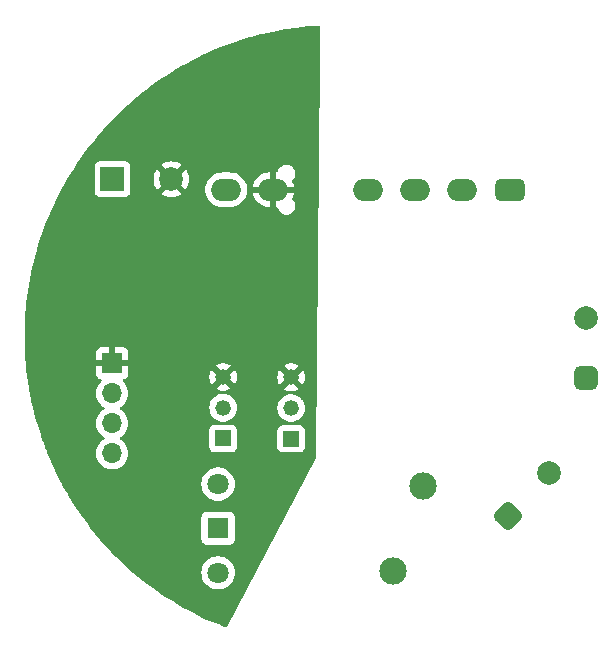
<source format=gbl>
%TF.GenerationSoftware,KiCad,Pcbnew,7.0.2-6a45011f42~172~ubuntu22.04.1*%
%TF.CreationDate,2023-05-10T16:31:12+02:00*%
%TF.ProjectId,220AC-mini-C3-board,32323041-432d-46d6-996e-692d43332d62,rev?*%
%TF.SameCoordinates,Original*%
%TF.FileFunction,Copper,L2,Bot*%
%TF.FilePolarity,Positive*%
%FSLAX46Y46*%
G04 Gerber Fmt 4.6, Leading zero omitted, Abs format (unit mm)*
G04 Created by KiCad (PCBNEW 7.0.2-6a45011f42~172~ubuntu22.04.1) date 2023-05-10 16:31:12*
%MOMM*%
%LPD*%
G01*
G04 APERTURE LIST*
G04 Aperture macros list*
%AMRoundRect*
0 Rectangle with rounded corners*
0 $1 Rounding radius*
0 $2 $3 $4 $5 $6 $7 $8 $9 X,Y pos of 4 corners*
0 Add a 4 corners polygon primitive as box body*
4,1,4,$2,$3,$4,$5,$6,$7,$8,$9,$2,$3,0*
0 Add four circle primitives for the rounded corners*
1,1,$1+$1,$2,$3*
1,1,$1+$1,$4,$5*
1,1,$1+$1,$6,$7*
1,1,$1+$1,$8,$9*
0 Add four rect primitives between the rounded corners*
20,1,$1+$1,$2,$3,$4,$5,0*
20,1,$1+$1,$4,$5,$6,$7,0*
20,1,$1+$1,$6,$7,$8,$9,0*
20,1,$1+$1,$8,$9,$2,$3,0*%
G04 Aperture macros list end*
%TA.AperFunction,ComponentPad*%
%ADD10R,1.320800X1.320800*%
%TD*%
%TA.AperFunction,ComponentPad*%
%ADD11C,1.320800*%
%TD*%
%TA.AperFunction,ComponentPad*%
%ADD12RoundRect,0.476250X0.781050X0.476250X-0.781050X0.476250X-0.781050X-0.476250X0.781050X-0.476250X0*%
%TD*%
%TA.AperFunction,ComponentPad*%
%ADD13O,2.514600X1.905000*%
%TD*%
%TA.AperFunction,ComponentPad*%
%ADD14RoundRect,0.500000X0.024678X-0.706676X0.706676X0.024678X-0.024678X0.706676X-0.706676X-0.024678X0*%
%TD*%
%TA.AperFunction,ComponentPad*%
%ADD15C,2.000000*%
%TD*%
%TA.AperFunction,ComponentPad*%
%ADD16RoundRect,0.500000X0.500000X-0.500000X0.500000X0.500000X-0.500000X0.500000X-0.500000X-0.500000X0*%
%TD*%
%TA.AperFunction,ComponentPad*%
%ADD17C,1.803400*%
%TD*%
%TA.AperFunction,ComponentPad*%
%ADD18R,1.803400X1.803400*%
%TD*%
%TA.AperFunction,ComponentPad*%
%ADD19C,2.311400*%
%TD*%
%TA.AperFunction,ComponentPad*%
%ADD20R,2.000000X2.000000*%
%TD*%
%TA.AperFunction,ComponentPad*%
%ADD21R,1.700000X1.700000*%
%TD*%
%TA.AperFunction,ComponentPad*%
%ADD22O,1.700000X1.700000*%
%TD*%
G04 APERTURE END LIST*
D10*
%TO.P,Q1,1,C*%
%TO.N,Net-(D1-Pad2)*%
X132760000Y-94000000D03*
D11*
%TO.P,Q1,2,B*%
%TO.N,Net-(Q1-Pad2)*%
X132760000Y-91400000D03*
%TO.P,Q1,3,E*%
%TO.N,GND*%
X132760000Y-88800000D03*
%TD*%
D12*
%TO.P,U1,1,ACL*%
%TO.N,/AC (N)*%
X151249999Y-72920000D03*
D13*
%TO.P,U1,2,ACN*%
%TO.N,Net-(R1-Pad2)*%
X147250000Y-72920000D03*
%TO.P,U1,3,+VCAP*%
%TO.N,Net-(C1-Pad1)*%
X143250000Y-72920000D03*
%TO.P,U1,4,-VCAP*%
%TO.N,Net-(C1-Pad2)*%
X139250000Y-72920000D03*
%TO.P,U1,5,-VO*%
%TO.N,GND*%
X131250001Y-72920000D03*
%TO.P,U1,6,+VO*%
%TO.N,Net-(C2-Pad1)*%
X127250002Y-72920000D03*
%TD*%
D14*
%TO.P,J2,1,Pin_1*%
%TO.N,Net-(J2-Pad1)*%
X151137724Y-100587638D03*
D15*
%TO.P,J2,2,Pin_2*%
%TO.N,Net-(J2-Pad2)*%
X154602276Y-96872362D03*
%TD*%
D16*
%TO.P,J1,1,Pin_1*%
%TO.N,AC*%
X157700000Y-88840000D03*
D15*
%TO.P,J1,2,Pin_2*%
%TO.N,/AC (N)*%
X157700000Y-83760000D03*
%TD*%
D10*
%TO.P,Q2,1,C*%
%TO.N,Net-(D2-Pad2)*%
X127000000Y-93980000D03*
D11*
%TO.P,Q2,2,B*%
%TO.N,Net-(Q2-Pad2)*%
X127000000Y-91380000D03*
%TO.P,Q2,3,E*%
%TO.N,GND*%
X127000000Y-88780000D03*
%TD*%
D17*
%TO.P,K1,1*%
%TO.N,Net-(D1-Pad2)*%
X126570000Y-105350000D03*
D18*
%TO.P,K1,2*%
%TO.N,+3V3*%
X126570000Y-101600000D03*
D17*
%TO.P,K1,3*%
%TO.N,Net-(D2-Pad2)*%
X126570000Y-97850000D03*
D19*
%TO.P,K1,4*%
%TO.N,Net-(J2-Pad2)*%
X143903000Y-98000000D03*
%TO.P,K1,5*%
%TO.N,Net-(J2-Pad1)*%
X141363000Y-105200000D03*
%TD*%
D20*
%TO.P,C2,1*%
%TO.N,Net-(C2-Pad1)*%
X117622323Y-72030000D03*
D15*
%TO.P,C2,2*%
%TO.N,GND*%
X122622323Y-72030000D03*
%TD*%
D21*
%TO.P,J3,1,Pin_1*%
%TO.N,GND*%
X117605000Y-87620000D03*
D22*
%TO.P,J3,2,Pin_2*%
%TO.N,+3V3*%
X117605000Y-90160000D03*
%TO.P,J3,3,Pin_3*%
%TO.N,/IO_3*%
X117605000Y-92700000D03*
%TO.P,J3,4,Pin_4*%
%TO.N,/IO_2*%
X117605000Y-95240000D03*
%TD*%
%TA.AperFunction,Conductor*%
%TO.N,GND*%
G36*
X135164149Y-59045103D02*
G01*
X135214231Y-59095424D01*
X135229500Y-59155546D01*
X135229500Y-61880395D01*
X134868505Y-95566947D01*
X134854003Y-95624298D01*
X127331196Y-109912324D01*
X127281761Y-109963282D01*
X127212623Y-109979424D01*
X127174395Y-109971194D01*
X126778970Y-109818802D01*
X126776424Y-109817789D01*
X126349358Y-109642444D01*
X125837964Y-109422309D01*
X125835435Y-109421188D01*
X125415701Y-109229462D01*
X124913120Y-108989703D01*
X124910608Y-108988470D01*
X124498734Y-108780619D01*
X124005647Y-108521549D01*
X124003158Y-108520205D01*
X123599886Y-108296617D01*
X123384930Y-108172855D01*
X123116978Y-108018580D01*
X123114550Y-108017145D01*
X122720477Y-107778173D01*
X122248515Y-107481590D01*
X122246086Y-107480025D01*
X121861841Y-107226074D01*
X121401454Y-106911322D01*
X121399063Y-106909646D01*
X121025206Y-106641114D01*
X120577168Y-106308698D01*
X120574818Y-106306912D01*
X120211866Y-106024194D01*
X119776772Y-105674531D01*
X119774470Y-105672636D01*
X119423065Y-105376261D01*
X119392856Y-105350000D01*
X125154967Y-105350000D01*
X125174266Y-105582907D01*
X125174266Y-105582910D01*
X125174267Y-105582911D01*
X125231636Y-105809459D01*
X125325516Y-106023481D01*
X125453340Y-106219132D01*
X125611620Y-106391070D01*
X125611624Y-106391074D01*
X125759164Y-106505909D01*
X125796051Y-106534619D01*
X125992838Y-106641114D01*
X126001588Y-106645849D01*
X126222630Y-106721733D01*
X126337888Y-106740966D01*
X126453145Y-106760200D01*
X126453148Y-106760200D01*
X126686855Y-106760200D01*
X126785645Y-106743714D01*
X126917370Y-106721733D01*
X127138412Y-106645849D01*
X127343950Y-106534618D01*
X127528376Y-106391074D01*
X127686660Y-106219131D01*
X127814484Y-106023481D01*
X127908363Y-105809460D01*
X127965734Y-105582907D01*
X127985033Y-105350000D01*
X127965734Y-105117093D01*
X127908363Y-104890540D01*
X127814484Y-104676519D01*
X127686660Y-104480869D01*
X127686659Y-104480867D01*
X127528379Y-104308929D01*
X127528378Y-104308928D01*
X127528376Y-104308926D01*
X127417720Y-104222799D01*
X127343948Y-104165380D01*
X127138411Y-104054150D01*
X126997465Y-104005763D01*
X126917370Y-103978267D01*
X126917367Y-103978266D01*
X126917366Y-103978266D01*
X126686855Y-103939800D01*
X126686852Y-103939800D01*
X126453148Y-103939800D01*
X126453145Y-103939800D01*
X126222633Y-103978266D01*
X126001588Y-104054150D01*
X125796051Y-104165380D01*
X125611620Y-104308929D01*
X125453340Y-104480867D01*
X125325516Y-104676518D01*
X125231636Y-104890540D01*
X125201915Y-105007908D01*
X125174266Y-105117093D01*
X125154967Y-105350000D01*
X119392856Y-105350000D01*
X119292532Y-105262788D01*
X119001638Y-105009911D01*
X118999388Y-105007908D01*
X118659930Y-104698242D01*
X118252781Y-104315709D01*
X118250588Y-104313598D01*
X117923651Y-103991195D01*
X117531387Y-103593021D01*
X117529256Y-103590804D01*
X117215356Y-103256210D01*
X116838491Y-102842879D01*
X116836428Y-102840559D01*
X116584636Y-102550338D01*
X125159800Y-102550338D01*
X125160160Y-102553686D01*
X125166311Y-102610900D01*
X125217411Y-102747905D01*
X125305038Y-102864961D01*
X125422094Y-102952588D01*
X125422095Y-102952588D01*
X125422096Y-102952589D01*
X125559099Y-103003689D01*
X125619662Y-103010200D01*
X125623031Y-103010200D01*
X127516969Y-103010200D01*
X127520338Y-103010200D01*
X127580901Y-103003689D01*
X127717904Y-102952589D01*
X127834961Y-102864961D01*
X127922589Y-102747904D01*
X127973689Y-102610901D01*
X127980200Y-102550338D01*
X127980200Y-100649662D01*
X127973689Y-100589099D01*
X127922589Y-100452096D01*
X127922588Y-100452094D01*
X127834961Y-100335038D01*
X127717905Y-100247411D01*
X127649402Y-100221861D01*
X127580901Y-100196311D01*
X127520338Y-100189800D01*
X125619662Y-100189800D01*
X125616313Y-100190159D01*
X125616313Y-100190160D01*
X125559099Y-100196311D01*
X125422094Y-100247411D01*
X125305038Y-100335038D01*
X125217411Y-100452094D01*
X125166310Y-100589098D01*
X125166311Y-100589099D01*
X125159800Y-100649662D01*
X125159800Y-102550338D01*
X116584636Y-102550338D01*
X116536046Y-102494332D01*
X116175217Y-102066500D01*
X116173226Y-102064078D01*
X115886770Y-101706737D01*
X115761129Y-101545519D01*
X115542493Y-101264972D01*
X115540581Y-101262452D01*
X115268481Y-100894582D01*
X114941350Y-100439602D01*
X114939516Y-100436983D01*
X114682113Y-100059094D01*
X114571514Y-99892013D01*
X114372546Y-99591432D01*
X114370850Y-99588796D01*
X114128592Y-99201604D01*
X113985517Y-98966180D01*
X113837077Y-98721928D01*
X113835436Y-98719147D01*
X113608701Y-98323334D01*
X113475020Y-98082907D01*
X113345520Y-97850000D01*
X125154967Y-97850000D01*
X125174266Y-98082907D01*
X125174266Y-98082910D01*
X125174267Y-98082911D01*
X125231636Y-98309459D01*
X125325516Y-98523481D01*
X125453340Y-98719132D01*
X125611620Y-98891070D01*
X125611624Y-98891074D01*
X125759164Y-99005909D01*
X125796051Y-99034619D01*
X125855837Y-99066973D01*
X126001588Y-99145849D01*
X126222630Y-99221733D01*
X126337888Y-99240966D01*
X126453145Y-99260200D01*
X126453148Y-99260200D01*
X126686855Y-99260200D01*
X126785645Y-99243714D01*
X126917370Y-99221733D01*
X127138412Y-99145849D01*
X127343950Y-99034618D01*
X127528376Y-98891074D01*
X127686660Y-98719131D01*
X127814484Y-98523481D01*
X127908363Y-98309460D01*
X127965734Y-98082907D01*
X127985033Y-97850000D01*
X127965734Y-97617093D01*
X127908363Y-97390540D01*
X127814484Y-97176519D01*
X127686660Y-96980869D01*
X127686659Y-96980867D01*
X127528379Y-96808929D01*
X127528378Y-96808928D01*
X127528376Y-96808926D01*
X127417720Y-96722799D01*
X127343948Y-96665380D01*
X127138411Y-96554150D01*
X126946717Y-96488342D01*
X126917370Y-96478267D01*
X126917367Y-96478266D01*
X126917366Y-96478266D01*
X126686855Y-96439800D01*
X126686852Y-96439800D01*
X126453148Y-96439800D01*
X126453145Y-96439800D01*
X126222633Y-96478266D01*
X126001588Y-96554150D01*
X125796051Y-96665380D01*
X125611620Y-96808929D01*
X125453340Y-96980867D01*
X125325516Y-97176518D01*
X125231636Y-97390540D01*
X125174267Y-97617088D01*
X125174266Y-97617093D01*
X125154967Y-97850000D01*
X113345520Y-97850000D01*
X113335690Y-97832320D01*
X113334177Y-97829513D01*
X113123223Y-97425615D01*
X112869149Y-96923957D01*
X112867694Y-96920986D01*
X112672881Y-96509788D01*
X112438154Y-95998205D01*
X112436807Y-95995163D01*
X112391386Y-95888790D01*
X112258305Y-95577120D01*
X112254105Y-95566947D01*
X112119127Y-95240000D01*
X116241844Y-95240000D01*
X116260436Y-95464368D01*
X116260436Y-95464371D01*
X116260437Y-95464372D01*
X116315702Y-95682611D01*
X116406139Y-95888790D01*
X116529278Y-96077268D01*
X116681762Y-96242908D01*
X116799883Y-96334846D01*
X116859424Y-96381189D01*
X117057426Y-96488342D01*
X117270365Y-96561444D01*
X117492431Y-96598500D01*
X117492434Y-96598500D01*
X117717566Y-96598500D01*
X117717569Y-96598500D01*
X117939635Y-96561444D01*
X118152574Y-96488342D01*
X118350576Y-96381189D01*
X118528240Y-96242906D01*
X118680722Y-96077268D01*
X118803860Y-95888791D01*
X118894296Y-95682616D01*
X118949564Y-95464368D01*
X118968156Y-95240000D01*
X118949564Y-95015632D01*
X118894296Y-94797384D01*
X118846771Y-94689038D01*
X125831100Y-94689038D01*
X125837611Y-94749601D01*
X125845071Y-94769601D01*
X125888711Y-94886605D01*
X125976338Y-95003661D01*
X126093394Y-95091288D01*
X126093395Y-95091288D01*
X126093396Y-95091289D01*
X126230399Y-95142389D01*
X126290962Y-95148900D01*
X126294331Y-95148900D01*
X127705669Y-95148900D01*
X127709038Y-95148900D01*
X127769601Y-95142389D01*
X127906604Y-95091289D01*
X128023661Y-95003661D01*
X128111289Y-94886604D01*
X128162389Y-94749601D01*
X128166750Y-94709038D01*
X131591100Y-94709038D01*
X131591460Y-94712386D01*
X131597611Y-94769600D01*
X131648711Y-94906605D01*
X131736338Y-95023661D01*
X131853394Y-95111288D01*
X131853395Y-95111288D01*
X131853396Y-95111289D01*
X131990399Y-95162389D01*
X132050962Y-95168900D01*
X132054331Y-95168900D01*
X133465669Y-95168900D01*
X133469038Y-95168900D01*
X133529601Y-95162389D01*
X133666604Y-95111289D01*
X133783661Y-95023661D01*
X133871289Y-94906604D01*
X133922389Y-94769601D01*
X133928900Y-94709038D01*
X133928900Y-93290962D01*
X133922389Y-93230399D01*
X133871289Y-93093396D01*
X133871288Y-93093394D01*
X133783661Y-92976338D01*
X133666605Y-92888711D01*
X133598102Y-92863161D01*
X133529601Y-92837611D01*
X133469038Y-92831100D01*
X132050962Y-92831100D01*
X132047613Y-92831459D01*
X132047613Y-92831460D01*
X131990399Y-92837611D01*
X131853394Y-92888711D01*
X131736338Y-92976338D01*
X131648711Y-93093394D01*
X131605071Y-93210399D01*
X131597611Y-93230399D01*
X131591100Y-93290962D01*
X131591100Y-94709038D01*
X128166750Y-94709038D01*
X128168900Y-94689038D01*
X128168900Y-93270962D01*
X128162389Y-93210399D01*
X128111289Y-93073396D01*
X128087537Y-93041667D01*
X128023661Y-92956338D01*
X127906605Y-92868711D01*
X127838102Y-92843161D01*
X127769601Y-92817611D01*
X127709038Y-92811100D01*
X126290962Y-92811100D01*
X126287613Y-92811459D01*
X126287613Y-92811460D01*
X126230399Y-92817611D01*
X126093394Y-92868711D01*
X125976338Y-92956338D01*
X125888711Y-93073394D01*
X125862895Y-93142611D01*
X125837611Y-93210399D01*
X125831100Y-93270962D01*
X125831100Y-94689038D01*
X118846771Y-94689038D01*
X118803860Y-94591209D01*
X118680722Y-94402732D01*
X118528240Y-94237094D01*
X118528239Y-94237093D01*
X118528237Y-94237091D01*
X118350578Y-94098812D01*
X118317317Y-94080812D01*
X118266927Y-94030798D01*
X118251576Y-93961481D01*
X118276138Y-93894868D01*
X118317315Y-93859188D01*
X118350576Y-93841189D01*
X118528240Y-93702906D01*
X118680722Y-93537268D01*
X118803860Y-93348791D01*
X118894296Y-93142616D01*
X118949564Y-92924368D01*
X118968156Y-92700000D01*
X118949564Y-92475632D01*
X118894296Y-92257384D01*
X118803860Y-92051209D01*
X118680722Y-91862732D01*
X118528240Y-91697094D01*
X118528239Y-91697093D01*
X118528237Y-91697091D01*
X118350579Y-91558813D01*
X118350577Y-91558812D01*
X118350576Y-91558811D01*
X118317317Y-91540812D01*
X118266929Y-91490801D01*
X118251576Y-91421484D01*
X118266871Y-91380000D01*
X125826091Y-91380000D01*
X125846079Y-91595703D01*
X125905361Y-91804060D01*
X126001924Y-91997985D01*
X126050489Y-92062295D01*
X126132472Y-92170857D01*
X126292562Y-92316799D01*
X126292564Y-92316800D01*
X126292565Y-92316801D01*
X126476739Y-92430837D01*
X126476743Y-92430838D01*
X126476744Y-92430839D01*
X126678745Y-92509095D01*
X126891685Y-92548900D01*
X126891686Y-92548900D01*
X127108314Y-92548900D01*
X127108315Y-92548900D01*
X127321255Y-92509095D01*
X127523256Y-92430839D01*
X127523257Y-92430837D01*
X127523260Y-92430837D01*
X127675133Y-92336801D01*
X127707438Y-92316799D01*
X127867528Y-92170857D01*
X127998077Y-91997983D01*
X128094637Y-91804064D01*
X128153920Y-91595705D01*
X128172055Y-91400000D01*
X131586091Y-91400000D01*
X131606079Y-91615703D01*
X131665361Y-91824060D01*
X131761924Y-92017985D01*
X131787014Y-92051209D01*
X131892472Y-92190857D01*
X132052562Y-92336799D01*
X132052564Y-92336800D01*
X132052565Y-92336801D01*
X132236739Y-92450837D01*
X132236743Y-92450838D01*
X132236744Y-92450839D01*
X132438745Y-92529095D01*
X132651685Y-92568900D01*
X132651686Y-92568900D01*
X132868314Y-92568900D01*
X132868315Y-92568900D01*
X133081255Y-92529095D01*
X133283256Y-92450839D01*
X133283257Y-92450837D01*
X133283260Y-92450837D01*
X133375347Y-92393818D01*
X133467438Y-92336799D01*
X133627528Y-92190857D01*
X133758077Y-92017983D01*
X133854637Y-91824064D01*
X133913920Y-91615705D01*
X133933908Y-91400000D01*
X133913920Y-91184295D01*
X133870870Y-91032990D01*
X133854638Y-90975939D01*
X133854637Y-90975936D01*
X133758077Y-90782017D01*
X133742971Y-90762014D01*
X133706109Y-90713201D01*
X133627528Y-90609143D01*
X133467438Y-90463201D01*
X133467435Y-90463199D01*
X133467434Y-90463198D01*
X133283260Y-90349162D01*
X133164771Y-90303259D01*
X133081255Y-90270905D01*
X132868315Y-90231100D01*
X132651685Y-90231100D01*
X132545737Y-90250905D01*
X132438745Y-90270905D01*
X132236739Y-90349162D01*
X132052565Y-90463198D01*
X131892471Y-90609144D01*
X131761924Y-90782014D01*
X131665361Y-90975939D01*
X131606079Y-91184296D01*
X131586091Y-91400000D01*
X128172055Y-91400000D01*
X128173908Y-91380000D01*
X128153920Y-91164295D01*
X128100328Y-90975939D01*
X128094638Y-90955939D01*
X128094637Y-90955936D01*
X127998077Y-90762017D01*
X127867528Y-90589143D01*
X127707438Y-90443201D01*
X127707435Y-90443199D01*
X127707434Y-90443198D01*
X127523260Y-90329162D01*
X127404771Y-90283259D01*
X127321255Y-90250905D01*
X127108315Y-90211100D01*
X126891685Y-90211100D01*
X126678745Y-90250904D01*
X126678745Y-90250905D01*
X126476739Y-90329162D01*
X126292565Y-90443198D01*
X126292561Y-90443201D01*
X126292562Y-90443201D01*
X126146826Y-90576058D01*
X126132471Y-90589144D01*
X126001924Y-90762014D01*
X125905361Y-90955939D01*
X125846079Y-91164296D01*
X125826091Y-91380000D01*
X118266871Y-91380000D01*
X118276136Y-91354871D01*
X118317316Y-91319187D01*
X118350576Y-91301189D01*
X118528240Y-91162906D01*
X118680722Y-90997268D01*
X118803860Y-90808791D01*
X118894296Y-90602616D01*
X118949564Y-90384368D01*
X118968156Y-90160000D01*
X118949564Y-89935632D01*
X118894296Y-89717384D01*
X118803860Y-89511209D01*
X118680722Y-89322732D01*
X118537157Y-89166780D01*
X118505737Y-89103117D01*
X118513724Y-89032571D01*
X118558583Y-88977542D01*
X118585827Y-88963388D01*
X118700963Y-88920445D01*
X118817904Y-88832904D01*
X118857507Y-88780000D01*
X125826594Y-88780000D01*
X125846574Y-88995617D01*
X125905829Y-89203880D01*
X126002350Y-89397719D01*
X126011264Y-89409523D01*
X126011265Y-89409524D01*
X126595678Y-88825110D01*
X126608673Y-88907150D01*
X126667117Y-89021854D01*
X126758146Y-89112883D01*
X126872850Y-89171327D01*
X126954888Y-89184320D01*
X126373119Y-89766089D01*
X126476966Y-89830389D01*
X126678882Y-89908611D01*
X126891734Y-89948400D01*
X127108266Y-89948400D01*
X127321117Y-89908611D01*
X127523030Y-89830390D01*
X127626878Y-89766089D01*
X127045110Y-89184321D01*
X127127150Y-89171327D01*
X127241854Y-89112883D01*
X127332883Y-89021854D01*
X127391327Y-88907150D01*
X127404320Y-88825111D01*
X127988733Y-89409524D01*
X127988734Y-89409523D01*
X127997650Y-89397719D01*
X128094168Y-89203885D01*
X128153425Y-88995617D01*
X128171552Y-88800000D01*
X131586594Y-88800000D01*
X131606574Y-89015617D01*
X131665829Y-89223880D01*
X131762350Y-89417719D01*
X131771264Y-89429523D01*
X131771265Y-89429524D01*
X132355678Y-88845109D01*
X132368673Y-88927150D01*
X132427117Y-89041854D01*
X132518146Y-89132883D01*
X132632850Y-89191327D01*
X132714888Y-89204320D01*
X132133119Y-89786089D01*
X132236966Y-89850389D01*
X132438882Y-89928611D01*
X132651734Y-89968400D01*
X132868266Y-89968400D01*
X133081117Y-89928611D01*
X133283030Y-89850390D01*
X133386878Y-89786089D01*
X132805110Y-89204321D01*
X132887150Y-89191327D01*
X133001854Y-89132883D01*
X133092883Y-89041854D01*
X133151327Y-88927150D01*
X133164320Y-88845111D01*
X133748733Y-89429524D01*
X133748734Y-89429523D01*
X133757650Y-89417719D01*
X133854168Y-89223885D01*
X133913425Y-89015617D01*
X133933405Y-88800000D01*
X133913425Y-88584382D01*
X133854169Y-88376117D01*
X133757650Y-88182282D01*
X133748733Y-88170475D01*
X133164320Y-88754887D01*
X133151327Y-88672850D01*
X133092883Y-88558146D01*
X133001854Y-88467117D01*
X132887150Y-88408673D01*
X132805110Y-88395678D01*
X133386879Y-87813910D01*
X133283033Y-87749610D01*
X133081117Y-87671388D01*
X132868266Y-87631600D01*
X132651734Y-87631600D01*
X132438882Y-87671388D01*
X132236966Y-87749610D01*
X132133119Y-87813910D01*
X132714888Y-88395679D01*
X132632850Y-88408673D01*
X132518146Y-88467117D01*
X132427117Y-88558146D01*
X132368673Y-88672850D01*
X132355679Y-88754888D01*
X131771265Y-88170474D01*
X131762348Y-88182282D01*
X131665831Y-88376114D01*
X131606574Y-88584382D01*
X131586594Y-88800000D01*
X128171552Y-88800000D01*
X128173405Y-88780000D01*
X128153425Y-88564382D01*
X128094169Y-88356117D01*
X127997650Y-88162282D01*
X127988733Y-88150475D01*
X127404320Y-88734887D01*
X127391327Y-88652850D01*
X127332883Y-88538146D01*
X127241854Y-88447117D01*
X127127150Y-88388673D01*
X127045110Y-88375678D01*
X127626879Y-87793910D01*
X127523033Y-87729610D01*
X127321117Y-87651388D01*
X127108266Y-87611600D01*
X126891734Y-87611600D01*
X126678882Y-87651388D01*
X126476966Y-87729610D01*
X126373120Y-87793910D01*
X126954888Y-88375679D01*
X126872850Y-88388673D01*
X126758146Y-88447117D01*
X126667117Y-88538146D01*
X126608673Y-88652850D01*
X126595679Y-88734888D01*
X126011264Y-88150474D01*
X126002348Y-88162282D01*
X125905831Y-88356114D01*
X125846574Y-88564382D01*
X125826594Y-88780000D01*
X118857507Y-88780000D01*
X118905445Y-88715962D01*
X118956494Y-88579093D01*
X118962640Y-88521936D01*
X118963000Y-88515222D01*
X118963000Y-87874000D01*
X118036116Y-87874000D01*
X118064493Y-87829844D01*
X118105000Y-87691889D01*
X118105000Y-87548111D01*
X118064493Y-87410156D01*
X118036116Y-87366000D01*
X118963000Y-87366000D01*
X118963000Y-86724777D01*
X118962640Y-86718063D01*
X118956494Y-86660906D01*
X118905445Y-86524037D01*
X118817904Y-86407095D01*
X118700962Y-86319554D01*
X118564093Y-86268505D01*
X118506936Y-86262359D01*
X118500223Y-86262000D01*
X117859000Y-86262000D01*
X117859000Y-87186325D01*
X117747315Y-87135320D01*
X117640763Y-87120000D01*
X117569237Y-87120000D01*
X117462685Y-87135320D01*
X117351000Y-87186325D01*
X117351000Y-86262000D01*
X116709777Y-86262000D01*
X116703063Y-86262359D01*
X116645906Y-86268505D01*
X116509037Y-86319554D01*
X116392095Y-86407095D01*
X116304554Y-86524037D01*
X116253505Y-86660906D01*
X116247359Y-86718063D01*
X116247000Y-86724777D01*
X116247000Y-87366000D01*
X117173884Y-87366000D01*
X117145507Y-87410156D01*
X117105000Y-87548111D01*
X117105000Y-87691889D01*
X117145507Y-87829844D01*
X117173884Y-87874000D01*
X116247000Y-87874000D01*
X116247000Y-88515222D01*
X116247359Y-88521936D01*
X116253505Y-88579093D01*
X116304554Y-88715962D01*
X116392095Y-88832904D01*
X116509037Y-88920445D01*
X116624172Y-88963388D01*
X116681008Y-89005935D01*
X116705819Y-89072455D01*
X116690728Y-89141829D01*
X116672841Y-89166782D01*
X116529278Y-89322731D01*
X116406139Y-89511209D01*
X116315702Y-89717388D01*
X116262214Y-89928611D01*
X116260436Y-89935632D01*
X116241844Y-90160000D01*
X116260436Y-90384368D01*
X116260436Y-90384371D01*
X116260437Y-90384372D01*
X116315702Y-90602611D01*
X116315703Y-90602614D01*
X116315704Y-90602616D01*
X116338856Y-90655398D01*
X116406139Y-90808790D01*
X116529278Y-90997268D01*
X116681762Y-91162908D01*
X116859418Y-91301185D01*
X116859420Y-91301186D01*
X116859424Y-91301189D01*
X116892682Y-91319187D01*
X116943071Y-91369200D01*
X116958423Y-91438517D01*
X116933862Y-91505130D01*
X116892683Y-91540812D01*
X116867794Y-91554281D01*
X116859418Y-91558814D01*
X116681762Y-91697091D01*
X116529278Y-91862731D01*
X116406139Y-92051209D01*
X116315702Y-92257388D01*
X116271779Y-92430839D01*
X116260436Y-92475632D01*
X116241844Y-92700000D01*
X116260436Y-92924368D01*
X116260436Y-92924371D01*
X116260437Y-92924372D01*
X116315702Y-93142611D01*
X116406139Y-93348790D01*
X116529278Y-93537268D01*
X116681762Y-93702908D01*
X116783611Y-93782181D01*
X116859424Y-93841189D01*
X116892682Y-93859187D01*
X116943070Y-93909197D01*
X116958423Y-93978513D01*
X116933863Y-94045127D01*
X116892683Y-94080811D01*
X116859423Y-94098810D01*
X116681762Y-94237091D01*
X116529278Y-94402731D01*
X116406139Y-94591209D01*
X116315702Y-94797388D01*
X116273388Y-94964485D01*
X116260436Y-95015632D01*
X116241844Y-95240000D01*
X112119127Y-95240000D01*
X112043332Y-95056409D01*
X112042126Y-95053373D01*
X111926160Y-94749600D01*
X111880215Y-94629246D01*
X111796787Y-94402732D01*
X111685302Y-94100039D01*
X111684228Y-94096996D01*
X111539112Y-93667450D01*
X111364597Y-93130520D01*
X111363629Y-93127395D01*
X111235515Y-92693191D01*
X111081689Y-92149272D01*
X111080824Y-92146044D01*
X110969903Y-91708049D01*
X110871641Y-91301185D01*
X110837036Y-91157901D01*
X110836261Y-91154484D01*
X110762886Y-90808790D01*
X110742608Y-90713255D01*
X110630953Y-90157697D01*
X110630306Y-90154223D01*
X110594918Y-89948400D01*
X110554031Y-89710596D01*
X110463782Y-89150278D01*
X110463267Y-89146764D01*
X110462269Y-89139210D01*
X110404382Y-88701158D01*
X110335762Y-88137089D01*
X110335389Y-88133613D01*
X110293960Y-87687037D01*
X110247098Y-87119743D01*
X110246860Y-87116254D01*
X110222872Y-86669332D01*
X110197918Y-86099701D01*
X110197814Y-86096152D01*
X110191232Y-85649717D01*
X110188295Y-85078484D01*
X110188329Y-85074997D01*
X110199083Y-84629623D01*
X110218246Y-84057782D01*
X110218424Y-84054090D01*
X110246410Y-83610635D01*
X110258583Y-83442174D01*
X110287724Y-83038908D01*
X110288040Y-83035283D01*
X110333122Y-82594415D01*
X110396641Y-82023372D01*
X110397080Y-82019905D01*
X110459087Y-81582387D01*
X110544796Y-81013032D01*
X110545393Y-81009431D01*
X110624115Y-80576011D01*
X110731989Y-80009163D01*
X110732756Y-80005435D01*
X110827920Y-79576958D01*
X110957956Y-79013196D01*
X110958857Y-79009545D01*
X111070246Y-78586456D01*
X111222321Y-78026817D01*
X111223388Y-78023118D01*
X111350620Y-77606375D01*
X111524762Y-77051242D01*
X111525936Y-77047694D01*
X111668661Y-76637967D01*
X111864729Y-76088259D01*
X111866074Y-76084668D01*
X112023932Y-75682546D01*
X112241754Y-75139162D01*
X112243233Y-75135635D01*
X112415795Y-74741799D01*
X112655292Y-74205337D01*
X112656915Y-74201853D01*
X112843670Y-73817053D01*
X113104686Y-73288269D01*
X113106444Y-73284849D01*
X113216627Y-73078638D01*
X116113823Y-73078638D01*
X116120334Y-73139201D01*
X116145883Y-73207702D01*
X116171434Y-73276205D01*
X116259061Y-73393261D01*
X116376117Y-73480888D01*
X116376118Y-73480888D01*
X116376119Y-73480889D01*
X116513122Y-73531989D01*
X116573685Y-73538500D01*
X116577054Y-73538500D01*
X118667592Y-73538500D01*
X118670961Y-73538500D01*
X118731524Y-73531989D01*
X118868527Y-73480889D01*
X118985584Y-73393261D01*
X119073212Y-73276204D01*
X119124312Y-73139201D01*
X119130823Y-73078638D01*
X119130823Y-72030000D01*
X121109660Y-72030000D01*
X121128283Y-72266633D01*
X121183695Y-72497440D01*
X121274531Y-72716738D01*
X121389219Y-72903891D01*
X121389220Y-72903891D01*
X122137961Y-72155150D01*
X122162830Y-72239844D01*
X122240562Y-72360798D01*
X122349223Y-72454952D01*
X122480008Y-72514680D01*
X122494735Y-72516797D01*
X121748430Y-73263101D01*
X121748430Y-73263102D01*
X121935584Y-73377791D01*
X122154882Y-73468627D01*
X122385689Y-73524039D01*
X122622323Y-73542662D01*
X122858956Y-73524039D01*
X123089763Y-73468627D01*
X123309061Y-73377791D01*
X123496214Y-73263102D01*
X123496215Y-73263101D01*
X123274176Y-73041062D01*
X125484202Y-73041062D01*
X125524054Y-73279883D01*
X125524055Y-73279885D01*
X125602671Y-73508887D01*
X125717911Y-73721833D01*
X125866625Y-73912900D01*
X126018542Y-74052749D01*
X126044762Y-74076886D01*
X126247460Y-74209315D01*
X126469190Y-74306575D01*
X126703905Y-74366013D01*
X126884775Y-74381000D01*
X126887389Y-74381000D01*
X127612615Y-74381000D01*
X127615229Y-74381000D01*
X127796099Y-74366013D01*
X128030814Y-74306575D01*
X128252544Y-74209315D01*
X128455242Y-74076886D01*
X128633378Y-73912900D01*
X128782094Y-73721830D01*
X128897332Y-73508888D01*
X128975950Y-73279883D01*
X128993619Y-73174000D01*
X129506893Y-73174000D01*
X129524541Y-73279762D01*
X129603130Y-73508686D01*
X129718327Y-73721553D01*
X129866997Y-73912563D01*
X130045067Y-74076488D01*
X130247697Y-74208872D01*
X130469348Y-74306097D01*
X130703987Y-74365516D01*
X130882202Y-74380284D01*
X130887415Y-74380500D01*
X130996001Y-74380500D01*
X130996001Y-73612513D01*
X131057661Y-73620000D01*
X131442341Y-73620000D01*
X131504001Y-73612513D01*
X131504001Y-74380501D01*
X131504563Y-74381063D01*
X131570765Y-74400502D01*
X131617258Y-74454158D01*
X131626729Y-74484618D01*
X131630667Y-74506952D01*
X131699721Y-74667039D01*
X131803830Y-74806881D01*
X131937385Y-74918949D01*
X132015977Y-74958419D01*
X132093185Y-74997194D01*
X132262829Y-75037400D01*
X132262831Y-75037400D01*
X132389767Y-75037400D01*
X132393436Y-75037400D01*
X132523164Y-75022237D01*
X132686993Y-74962608D01*
X132832654Y-74866805D01*
X132952296Y-74739993D01*
X133039467Y-74589007D01*
X133089469Y-74421988D01*
X133099607Y-74247940D01*
X133069332Y-74076246D01*
X133000279Y-73916162D01*
X132926289Y-73816777D01*
X132896169Y-73776318D01*
X132896168Y-73776317D01*
X132875796Y-73759223D01*
X132836470Y-73700114D01*
X132835344Y-73629126D01*
X132845975Y-73602731D01*
X132896871Y-73508685D01*
X132975460Y-73279762D01*
X132993109Y-73174000D01*
X132057244Y-73174000D01*
X132059319Y-73170046D01*
X132100001Y-73004995D01*
X132100001Y-72835005D01*
X132059319Y-72669954D01*
X132057244Y-72666000D01*
X132993109Y-72666000D01*
X132975460Y-72560237D01*
X132896871Y-72331313D01*
X132845405Y-72236211D01*
X132830575Y-72166780D01*
X132855636Y-72100354D01*
X132864571Y-72089775D01*
X132920967Y-72030000D01*
X132952296Y-71996793D01*
X133039467Y-71845807D01*
X133089469Y-71678788D01*
X133099607Y-71504740D01*
X133069332Y-71333046D01*
X133000279Y-71172962D01*
X132911125Y-71053208D01*
X132896169Y-71033118D01*
X132762614Y-70921050D01*
X132606817Y-70842807D01*
X132606816Y-70842806D01*
X132606815Y-70842806D01*
X132437171Y-70802600D01*
X132306564Y-70802600D01*
X132302936Y-70803023D01*
X132302919Y-70803025D01*
X132176834Y-70817763D01*
X132013006Y-70877391D01*
X131867348Y-70973192D01*
X131747703Y-71100007D01*
X131660533Y-71250992D01*
X131660533Y-71250993D01*
X131625013Y-71369638D01*
X131586315Y-71429159D01*
X131521579Y-71458311D01*
X131504307Y-71459500D01*
X131504001Y-71459500D01*
X131504001Y-72227486D01*
X131442341Y-72220000D01*
X131057661Y-72220000D01*
X130996001Y-72227486D01*
X130996001Y-71459500D01*
X130887415Y-71459500D01*
X130882202Y-71459715D01*
X130703987Y-71474483D01*
X130469348Y-71533902D01*
X130247697Y-71631127D01*
X130045067Y-71763511D01*
X129866997Y-71927436D01*
X129718327Y-72118446D01*
X129603130Y-72331313D01*
X129524541Y-72560237D01*
X129506893Y-72666000D01*
X130442758Y-72666000D01*
X130440683Y-72669954D01*
X130400001Y-72835005D01*
X130400001Y-73004995D01*
X130440683Y-73170046D01*
X130442758Y-73174000D01*
X129506893Y-73174000D01*
X128993619Y-73174000D01*
X129015802Y-73041062D01*
X129015802Y-72798938D01*
X128975950Y-72560117D01*
X128897332Y-72331112D01*
X128845508Y-72235349D01*
X128782092Y-72118166D01*
X128633378Y-71927099D01*
X128455243Y-71763115D01*
X128455242Y-71763114D01*
X128252544Y-71630685D01*
X128057932Y-71545320D01*
X128030812Y-71533424D01*
X127796103Y-71473988D01*
X127796102Y-71473987D01*
X127796099Y-71473987D01*
X127688355Y-71465059D01*
X127617829Y-71459215D01*
X127617818Y-71459214D01*
X127615229Y-71459000D01*
X126884775Y-71459000D01*
X126882186Y-71459214D01*
X126882174Y-71459215D01*
X126798293Y-71466165D01*
X126703905Y-71473987D01*
X126703901Y-71473987D01*
X126703900Y-71473988D01*
X126469191Y-71533424D01*
X126247459Y-71630685D01*
X126044760Y-71763115D01*
X125866625Y-71927099D01*
X125717911Y-72118166D01*
X125602671Y-72331112D01*
X125534393Y-72530000D01*
X125524054Y-72560117D01*
X125484202Y-72798938D01*
X125484202Y-73041062D01*
X123274176Y-73041062D01*
X122749911Y-72516797D01*
X122764638Y-72514680D01*
X122895423Y-72454952D01*
X123004084Y-72360798D01*
X123081816Y-72239844D01*
X123106683Y-72155150D01*
X123855425Y-72903892D01*
X123855425Y-72903891D01*
X123970114Y-72716738D01*
X124060950Y-72497440D01*
X124116362Y-72266633D01*
X124134985Y-72029999D01*
X124116362Y-71793366D01*
X124060950Y-71562559D01*
X123970114Y-71343261D01*
X123855425Y-71156107D01*
X123855423Y-71156107D01*
X123106683Y-71904847D01*
X123081816Y-71820156D01*
X123004084Y-71699202D01*
X122895423Y-71605048D01*
X122764638Y-71545320D01*
X122749910Y-71543202D01*
X123496214Y-70796897D01*
X123496214Y-70796896D01*
X123309061Y-70682208D01*
X123089763Y-70591372D01*
X122858956Y-70535960D01*
X122622323Y-70517337D01*
X122385689Y-70535960D01*
X122154882Y-70591372D01*
X121935587Y-70682207D01*
X121748430Y-70796896D01*
X121748430Y-70796898D01*
X122494734Y-71543202D01*
X122480008Y-71545320D01*
X122349223Y-71605048D01*
X122240562Y-71699202D01*
X122162830Y-71820156D01*
X122137962Y-71904848D01*
X121389221Y-71156107D01*
X121389219Y-71156107D01*
X121274530Y-71343264D01*
X121183695Y-71562559D01*
X121128283Y-71793366D01*
X121109660Y-72030000D01*
X119130823Y-72030000D01*
X119130823Y-70981362D01*
X119124312Y-70920799D01*
X119073212Y-70783796D01*
X119073211Y-70783794D01*
X118985584Y-70666738D01*
X118868528Y-70579111D01*
X118800025Y-70553561D01*
X118731524Y-70528011D01*
X118670961Y-70521500D01*
X116573685Y-70521500D01*
X116570336Y-70521859D01*
X116570336Y-70521860D01*
X116513122Y-70528011D01*
X116376117Y-70579111D01*
X116259061Y-70666738D01*
X116171434Y-70783794D01*
X116136524Y-70877392D01*
X116120334Y-70920799D01*
X116113823Y-70981362D01*
X116113823Y-73078638D01*
X113216627Y-73078638D01*
X113306979Y-72909540D01*
X113589263Y-72389326D01*
X113591169Y-72385943D01*
X113804812Y-72020983D01*
X114108347Y-71509761D01*
X114110404Y-71506422D01*
X114336458Y-71152570D01*
X114661074Y-70651044D01*
X114663303Y-70647721D01*
X114901319Y-70305259D01*
X115246703Y-69814322D01*
X115249061Y-69811086D01*
X115498143Y-69480873D01*
X115864289Y-69000949D01*
X115866806Y-68997762D01*
X116126171Y-68680375D01*
X116512915Y-68212130D01*
X116515639Y-68208943D01*
X116784436Y-67904944D01*
X117191669Y-67448976D01*
X117194485Y-67445929D01*
X117471799Y-67155846D01*
X117899421Y-66712760D01*
X117902374Y-66709802D01*
X118187553Y-66433819D01*
X118635257Y-66004432D01*
X118638292Y-66001619D01*
X118929703Y-65740760D01*
X119397943Y-65325186D01*
X119401084Y-65322494D01*
X119697647Y-65077105D01*
X120186330Y-64676040D01*
X120189672Y-64673393D01*
X120489982Y-64443971D01*
X120999369Y-64057856D01*
X121002730Y-64055399D01*
X121305310Y-63842345D01*
X121835661Y-63471703D01*
X121839222Y-63469306D01*
X122142220Y-63273120D01*
X122694131Y-62918332D01*
X122697779Y-62916078D01*
X122998948Y-62737295D01*
X123573287Y-62398706D01*
X123577129Y-62396532D01*
X123874061Y-62235533D01*
X124471993Y-61913490D01*
X124475936Y-61911457D01*
X124765617Y-61768670D01*
X125388850Y-61463449D01*
X125392824Y-61461591D01*
X125671403Y-61337493D01*
X126322455Y-61049272D01*
X126326526Y-61047558D01*
X126588994Y-60942666D01*
X127271400Y-60671585D01*
X127275533Y-60670030D01*
X127515116Y-60584927D01*
X128234236Y-60330961D01*
X128238518Y-60329538D01*
X128445653Y-60264911D01*
X129209595Y-60027885D01*
X129213895Y-60026638D01*
X129374482Y-59983307D01*
X130195874Y-59762853D01*
X130200369Y-59761737D01*
X130291643Y-59740878D01*
X131191309Y-59536319D01*
X131195981Y-59535350D01*
X132192185Y-59348990D01*
X132196902Y-59348203D01*
X133199499Y-59200474D01*
X133204239Y-59199868D01*
X134211824Y-59090976D01*
X134216638Y-59090550D01*
X135094812Y-59029846D01*
X135164149Y-59045103D01*
G37*
%TD.AperFunction*%
%TD*%
M02*

</source>
